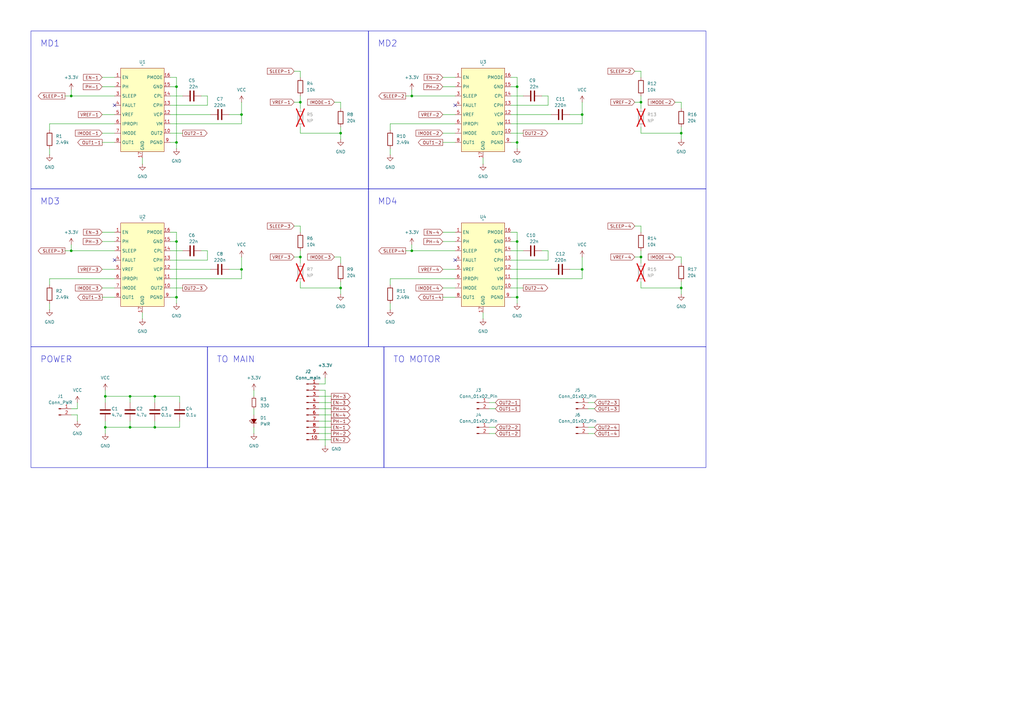
<source format=kicad_sch>
(kicad_sch (version 20231120) (generator "eeschema") (generator_version "8.0")
  (paper "A3")
  (lib_symbols
    (symbol "@2024-MD:DRV8874"
      (property "Reference" "U" (at 0 1.27 0))
      (symbol "DRV8874_1_1"
        (rectangle (start -8.89 0) (end 8.89 -34.29) (fill (type background)))
        (pin passive line (at -11.43 -3.81 0) (length 2.54) (name "EN") (number "1"))
        (pin passive line (at 11.43 -26.67 180) (length 2.54) (name "OUT2") (number "10"))
        (pin passive line (at 11.43 -22.86 180) (length 2.54) (name "VM") (number "11"))
        (pin passive line (at 11.43 -19.05 180) (length 2.54) (name "VCP") (number "12"))
        (pin passive line (at 11.43 -15.24 180) (length 2.54) (name "CPH") (number "13"))
        (pin passive line (at 11.43 -11.43 180) (length 2.54) (name "CPL") (number "14"))
        (pin passive line (at 11.43 -7.62 180) (length 2.54) (name "GND") (number "15"))
        (pin passive line (at 11.43 -3.81 180) (length 2.54) (name "PMODE") (number "16"))
        (pin passive line (at 0 -36.83 90) (length 2.54) (name "GND") (number "17"))
        (pin passive line (at -11.43 -7.62 0) (length 2.54) (name "PH") (number "2"))
        (pin passive line (at -11.43 -11.43 0) (length 2.54) (name "SLEEP") (number "3"))
        (pin passive line (at -11.43 -15.24 0) (length 2.54) (name "FAULT") (number "4"))
        (pin passive line (at -11.43 -19.05 0) (length 2.54) (name "VREF") (number "5"))
        (pin passive line (at -11.43 -22.86 0) (length 2.54) (name "IPROPI") (number "6"))
        (pin passive line (at -11.43 -26.67 0) (length 2.54) (name "IMODE") (number "7"))
        (pin passive line (at -11.43 -30.48 0) (length 2.54) (name "OUT1") (number "8"))
        (pin passive line (at 11.43 -30.48 180) (length 2.54) (name "PGND") (number "9"))
      )
    )
    (symbol "Connector:Conn_01x02_Pin" (pin_names (offset 1.016) hide)
      (property "Reference" "J" (at 0 2.54 0))
      (property "Value" "Conn_01x02_Pin" (at 0 -5.08 0))
      (symbol "Conn_01x02_Pin_1_1"
        (polyline (pts (xy 1.27 -2.54) (xy 0.8636 -2.54)) (stroke (width 0.1524)))
        (polyline (pts (xy 1.27 0) (xy 0.8636 0)) (stroke (width 0.1524)))
        (rectangle (start 0.8636 -2.413) (end 0 -2.667) (stroke (width 0.1524)) (fill (type outline)))
        (rectangle (start 0.8636 0.127) (end 0 -0.127) (stroke (width 0.1524)) (fill (type outline)))
        (pin passive line (at 5.08 0 180) (length 3.81) (name "Pin_1") (number "1"))
        (pin passive line (at 5.08 -2.54 180) (length 3.81) (name "Pin_2") (number "2"))
      )
    )
    (symbol "Connector:Conn_01x10_Pin" (pin_names (offset 1.016) hide)
      (property "Reference" "J" (at 0 12.7 0))
      (property "Value" "Conn_01x10_Pin" (at 0 -15.24 0))
      (symbol "Conn_01x10_Pin_1_1"
        (polyline (pts (xy 1.27 -12.7) (xy 0.8636 -12.7)) (stroke (width 0.1524)))
        (polyline (pts (xy 1.27 -10.16) (xy 0.8636 -10.16)) (stroke (width 0.1524)))
        (polyline (pts (xy 1.27 -7.62) (xy 0.8636 -7.62)) (stroke (width 0.1524)))
        (polyline (pts (xy 1.27 -5.08) (xy 0.8636 -5.08)) (stroke (width 0.1524)))
        (polyline (pts (xy 1.27 -2.54) (xy 0.8636 -2.54)) (stroke (width 0.1524)))
        (polyline (pts (xy 1.27 0) (xy 0.8636 0)) (stroke (width 0.1524)))
        (polyline (pts (xy 1.27 2.54) (xy 0.8636 2.54)) (stroke (width 0.1524)))
        (polyline (pts (xy 1.27 5.08) (xy 0.8636 5.08)) (stroke (width 0.1524)))
        (polyline (pts (xy 1.27 7.62) (xy 0.8636 7.62)) (stroke (width 0.1524)))
        (polyline (pts (xy 1.27 10.16) (xy 0.8636 10.16)) (stroke (width 0.1524)))
        (rectangle (start 0.8636 -12.573) (end 0 -12.827) (stroke (width 0.1524)) (fill (type outline)))
        (rectangle (start 0.8636 -10.033) (end 0 -10.287) (stroke (width 0.1524)) (fill (type outline)))
        (rectangle (start 0.8636 -7.493) (end 0 -7.747) (stroke (width 0.1524)) (fill (type outline)))
        (rectangle (start 0.8636 -4.953) (end 0 -5.207) (stroke (width 0.1524)) (fill (type outline)))
        (rectangle (start 0.8636 -2.413) (end 0 -2.667) (stroke (width 0.1524)) (fill (type outline)))
        (rectangle (start 0.8636 0.127) (end 0 -0.127) (stroke (width 0.1524)) (fill (type outline)))
        (rectangle (start 0.8636 2.667) (end 0 2.413) (stroke (width 0.1524)) (fill (type outline)))
        (rectangle (start 0.8636 5.207) (end 0 4.953) (stroke (width 0.1524)) (fill (type outline)))
        (rectangle (start 0.8636 7.747) (end 0 7.493) (stroke (width 0.1524)) (fill (type outline)))
        (rectangle (start 0.8636 10.287) (end 0 10.033) (stroke (width 0.1524)) (fill (type outline)))
        (pin passive line (at 5.08 10.16 180) (length 3.81) (name "Pin_1") (number "1"))
        (pin passive line (at 5.08 -12.7 180) (length 3.81) (name "Pin_10") (number "10"))
        (pin passive line (at 5.08 7.62 180) (length 3.81) (name "Pin_2") (number "2"))
        (pin passive line (at 5.08 5.08 180) (length 3.81) (name "Pin_3") (number "3"))
        (pin passive line (at 5.08 2.54 180) (length 3.81) (name "Pin_4") (number "4"))
        (pin passive line (at 5.08 0 180) (length 3.81) (name "Pin_5") (number "5"))
        (pin passive line (at 5.08 -2.54 180) (length 3.81) (name "Pin_6") (number "6"))
        (pin passive line (at 5.08 -5.08 180) (length 3.81) (name "Pin_7") (number "7"))
        (pin passive line (at 5.08 -7.62 180) (length 3.81) (name "Pin_8") (number "8"))
        (pin passive line (at 5.08 -10.16 180) (length 3.81) (name "Pin_9") (number "9"))
      )
    )
    (symbol "Device:C" (pin_numbers hide) (pin_names (offset 0.254))
      (property "Reference" "C" (at 0.635 2.54 0))
      (property "Value" "C" (at 0.635 -2.54 0))
      (symbol "C_0_1"
        (polyline (pts (xy -2.032 -0.762) (xy 2.032 -0.762)) (stroke (width 0.508)))
        (polyline (pts (xy -2.032 0.762) (xy 2.032 0.762)) (stroke (width 0.508)))
      )
      (symbol "C_1_1"
        (pin passive line (at 0 3.81 270) (length 2.794) (name "~") (number "1"))
        (pin passive line (at 0 -3.81 90) (length 2.794) (name "~") (number "2"))
      )
    )
    (symbol "Device:LED_Small_Filled" (pin_numbers hide) (pin_names (offset 0.254) hide)
      (property "Reference" "D" (at -1.27 3.175 0))
      (property "Value" "LED_Small_Filled" (at -4.445 -2.54 0))
      (symbol "LED_Small_Filled_0_1"
        (polyline (pts (xy -0.762 -1.016) (xy -0.762 1.016)) (stroke (width 0.254)))
        (polyline (pts (xy 1.016 0) (xy -0.762 0)))
        (polyline (pts (xy 0.762 -1.016) (xy -0.762 0) (xy 0.762 1.016) (xy 0.762 -1.016)) (stroke (width 0.254)) (fill (type outline)))
        (polyline (pts (xy 0 0.762) (xy -0.508 1.27) (xy -0.254 1.27) (xy -0.508 1.27) (xy -0.508 1.016)))
        (polyline (pts (xy 0.508 1.27) (xy 0 1.778) (xy 0.254 1.778) (xy 0 1.778) (xy 0 1.524)))
      )
      (symbol "LED_Small_Filled_1_1"
        (pin passive line (at -2.54 0 0) (length 1.778) (name "K") (number "1"))
        (pin passive line (at 2.54 0 180) (length 1.778) (name "A") (number "2"))
      )
    )
    (symbol "Device:R" (pin_numbers hide) (pin_names (offset 0))
      (property "Reference" "R" (at 2.032 0 90))
      (property "Value" "R" (at 0 0 90))
      (symbol "R_0_1"
        (rectangle (start -1.016 -2.54) (end 1.016 2.54) (stroke (width 0.254)))
      )
      (symbol "R_1_1"
        (pin passive line (at 0 3.81 270) (length 1.27) (name "~") (number "1"))
        (pin passive line (at 0 -3.81 90) (length 1.27) (name "~") (number "2"))
      )
    )
    (symbol "Device:R_Small" (pin_numbers hide) (pin_names (offset 0.254) hide)
      (property "Reference" "R" (at 0.762 0.508 0))
      (property "Value" "R_Small" (at 0.762 -1.016 0))
      (symbol "R_Small_0_1"
        (rectangle (start -0.762 1.778) (end 0.762 -1.778) (stroke (width 0.2032)))
      )
      (symbol "R_Small_1_1"
        (pin passive line (at 0 2.54 270) (length 0.762) (name "~") (number "1"))
        (pin passive line (at 0 -2.54 90) (length 0.762) (name "~") (number "2"))
      )
    )
    (symbol "power:+3.3V" (power) (pin_numbers hide) (pin_names (offset 0) hide)
      (property "Value" "+3.3V" (at 0 3.556 0))
      (symbol "+3.3V_0_1"
        (polyline (pts (xy -0.762 1.27) (xy 0 2.54)))
        (polyline (pts (xy 0 0) (xy 0 2.54)))
        (polyline (pts (xy 0 2.54) (xy 0.762 1.27)))
      )
      (symbol "+3.3V_1_1"
        (pin power_in line (at 0 0 90) (length 0) (name "~") (number "1"))
      )
    )
    (symbol "power:GND" (power) (pin_numbers hide) (pin_names (offset 0) hide)
      (property "Value" "GND" (at 0 -3.81 0))
      (symbol "GND_0_1"
        (polyline (pts (xy 0 0) (xy 0 -1.27) (xy 1.27 -1.27) (xy 0 -2.54) (xy -1.27 -1.27) (xy 0 -1.27)))
      )
      (symbol "GND_1_1"
        (pin power_in line (at 0 0 270) (length 0) (name "~") (number "1"))
      )
    )
    (symbol "power:VCC" (power) (pin_numbers hide) (pin_names (offset 0) hide)
      (property "Value" "VCC" (at 0 3.556 0))
      (symbol "VCC_0_1"
        (polyline (pts (xy -0.762 1.27) (xy 0 2.54)))
        (polyline (pts (xy 0 0) (xy 0 2.54)))
        (polyline (pts (xy 0 2.54) (xy 0.762 1.27)))
      )
      (symbol "VCC_1_1"
        (pin power_in line (at 0 0 90) (length 0) (name "~") (number "1"))
      )
    )
  )
  (junction (at 72.39 58.42))
  (junction (at 123.19 105.41))
  (junction (at 262.89 41.91))
  (junction (at 63.5 175.26))
  (junction (at 63.5 162.56))
  (junction (at 53.34 175.26))
  (junction (at 262.89 105.41))
  (junction (at 139.7 118.11))
  (junction (at 72.39 35.56))
  (junction (at 212.09 121.92))
  (junction (at 72.39 99.06))
  (junction (at 99.06 46.99))
  (junction (at 212.09 35.56))
  (junction (at 212.09 58.42))
  (junction (at 72.39 121.92))
  (junction (at 139.7 54.61))
  (junction (at 43.18 175.26))
  (junction (at 279.4 54.61))
  (junction (at 168.91 102.87))
  (junction (at 53.34 162.56))
  (junction (at 168.91 39.37))
  (junction (at 238.76 46.99))
  (junction (at 238.76 110.49))
  (junction (at 43.18 162.56))
  (junction (at 279.4 118.11))
  (junction (at 99.06 110.49))
  (junction (at 123.19 41.91))
  (junction (at 212.09 99.06))
  (junction (at 29.21 39.37))
  (junction (at 29.21 102.87))
  (no_connect (at 46.99 106.68))
  (no_connect (at 186.69 106.68))
  (no_connect (at 186.69 43.18))
  (no_connect (at 46.99 43.18))
  (wire (pts (xy 69.85 58.42) (xy 72.39 58.42)))
  (wire (pts (xy 72.39 60.96) (xy 72.39 58.42)))
  (wire (pts (xy 58.42 64.77) (xy 58.42 67.31)))
  (wire (pts (xy 130.81 165.1) (xy 135.89 165.1)))
  (wire (pts (xy 123.19 118.11) (xy 139.7 118.11)))
  (wire (pts (xy 203.2 167.64) (xy 200.66 167.64)))
  (wire (pts (xy 160.02 127) (xy 160.02 124.46)))
  (wire (pts (xy 166.37 102.87) (xy 168.91 102.87)))
  (wire (pts (xy 69.85 121.92) (xy 72.39 121.92)))
  (wire (pts (xy 209.55 58.42) (xy 212.09 58.42)))
  (wire (pts (xy 214.63 118.11) (xy 209.55 118.11)))
  (wire (pts (xy 93.98 110.49) (xy 99.06 110.49)))
  (wire (pts (xy 139.7 52.07) (xy 139.7 54.61)))
  (wire (pts (xy 262.89 29.21) (xy 262.89 31.75)))
  (wire (pts (xy 63.5 162.56) (xy 73.66 162.56)))
  (wire (pts (xy 53.34 162.56) (xy 63.5 162.56)))
  (wire (pts (xy 31.75 170.18) (xy 29.21 170.18)))
  (wire (pts (xy 63.5 172.72) (xy 63.5 175.26)))
  (wire (pts (xy 168.91 39.37) (xy 186.69 39.37)))
  (wire (pts (xy 31.75 167.64) (xy 29.21 167.64)))
  (wire (pts (xy 262.89 102.87) (xy 262.89 105.41)))
  (wire (pts (xy 279.4 41.91) (xy 279.4 44.45)))
  (wire (pts (xy 135.89 177.8) (xy 130.81 177.8)))
  (wire (pts (xy 41.91 46.99) (xy 46.99 46.99)))
  (wire (pts (xy 41.91 58.42) (xy 46.99 58.42)))
  (wire (pts (xy 260.35 29.21) (xy 262.89 29.21)))
  (wire (pts (xy 41.91 35.56) (xy 46.99 35.56)))
  (wire (pts (xy 69.85 50.8) (xy 99.06 50.8)))
  (wire (pts (xy 120.65 41.91) (xy 123.19 41.91)))
  (wire (pts (xy 123.19 54.61) (xy 139.7 54.61)))
  (wire (pts (xy 20.32 114.3) (xy 20.32 116.84)))
  (wire (pts (xy 262.89 52.07) (xy 262.89 54.61)))
  (wire (pts (xy 200.66 165.1) (xy 203.2 165.1)))
  (wire (pts (xy 262.89 105.41) (xy 262.89 107.95)))
  (wire (pts (xy 198.12 64.77) (xy 198.12 67.31)))
  (wire (pts (xy 74.93 102.87) (xy 69.85 102.87)))
  (wire (pts (xy 238.76 46.99) (xy 238.76 50.8)))
  (wire (pts (xy 139.7 118.11) (xy 139.7 120.65)))
  (wire (pts (xy 41.91 110.49) (xy 46.99 110.49)))
  (wire (pts (xy 130.81 160.02) (xy 133.35 160.02)))
  (wire (pts (xy 20.32 50.8) (xy 20.32 53.34)))
  (wire (pts (xy 279.4 54.61) (xy 279.4 57.15)))
  (wire (pts (xy 186.69 114.3) (xy 160.02 114.3)))
  (wire (pts (xy 104.14 170.18) (xy 104.14 167.64)))
  (wire (pts (xy 262.89 54.61) (xy 279.4 54.61)))
  (wire (pts (xy 53.34 162.56) (xy 53.34 165.1)))
  (wire (pts (xy 222.25 102.87) (xy 224.79 102.87)))
  (wire (pts (xy 209.55 106.68) (xy 224.79 106.68)))
  (wire (pts (xy 212.09 99.06) (xy 212.09 121.92)))
  (wire (pts (xy 133.35 157.48) (xy 133.35 154.94)))
  (wire (pts (xy 168.91 102.87) (xy 186.69 102.87)))
  (wire (pts (xy 99.06 110.49) (xy 99.06 114.3)))
  (wire (pts (xy 99.06 41.91) (xy 99.06 46.99)))
  (wire (pts (xy 260.35 105.41) (xy 262.89 105.41)))
  (wire (pts (xy 69.85 106.68) (xy 85.09 106.68)))
  (wire (pts (xy 99.06 114.3) (xy 69.85 114.3)))
  (wire (pts (xy 130.81 170.18) (xy 135.89 170.18)))
  (wire (pts (xy 104.14 160.02) (xy 104.14 162.56)))
  (wire (pts (xy 279.4 52.07) (xy 279.4 54.61)))
  (wire (pts (xy 181.61 95.25) (xy 186.69 95.25)))
  (wire (pts (xy 260.35 92.71) (xy 262.89 92.71)))
  (wire (pts (xy 20.32 63.5) (xy 20.32 60.96)))
  (wire (pts (xy 262.89 41.91) (xy 262.89 44.45)))
  (wire (pts (xy 120.65 105.41) (xy 123.19 105.41)))
  (wire (pts (xy 279.4 115.57) (xy 279.4 118.11)))
  (wire (pts (xy 200.66 177.8) (xy 203.2 177.8)))
  (wire (pts (xy 168.91 36.83) (xy 168.91 39.37)))
  (wire (pts (xy 120.65 29.21) (xy 123.19 29.21)))
  (wire (pts (xy 181.61 54.61) (xy 186.69 54.61)))
  (wire (pts (xy 262.89 118.11) (xy 279.4 118.11)))
  (wire (pts (xy 43.18 162.56) (xy 53.34 162.56)))
  (wire (pts (xy 212.09 31.75) (xy 212.09 35.56)))
  (wire (pts (xy 212.09 60.96) (xy 212.09 58.42)))
  (wire (pts (xy 130.81 175.26) (xy 135.89 175.26)))
  (wire (pts (xy 53.34 175.26) (xy 63.5 175.26)))
  (wire (pts (xy 233.68 46.99) (xy 238.76 46.99)))
  (wire (pts (xy 74.93 118.11) (xy 69.85 118.11)))
  (wire (pts (xy 186.69 50.8) (xy 160.02 50.8)))
  (wire (pts (xy 41.91 121.92) (xy 46.99 121.92)))
  (wire (pts (xy 238.76 110.49) (xy 238.76 114.3)))
  (wire (pts (xy 160.02 50.8) (xy 160.02 53.34)))
  (wire (pts (xy 123.19 115.57) (xy 123.19 118.11)))
  (wire (pts (xy 46.99 114.3) (xy 20.32 114.3)))
  (wire (pts (xy 276.86 105.41) (xy 279.4 105.41)))
  (wire (pts (xy 63.5 175.26) (xy 73.66 175.26)))
  (wire (pts (xy 41.91 95.25) (xy 46.99 95.25)))
  (wire (pts (xy 72.39 99.06) (xy 72.39 121.92)))
  (wire (pts (xy 53.34 172.72) (xy 53.34 175.26)))
  (wire (pts (xy 212.09 124.46) (xy 212.09 121.92)))
  (wire (pts (xy 139.7 41.91) (xy 139.7 44.45)))
  (wire (pts (xy 72.39 31.75) (xy 72.39 35.56)))
  (wire (pts (xy 226.06 110.49) (xy 209.55 110.49)))
  (wire (pts (xy 139.7 54.61) (xy 139.7 57.15)))
  (wire (pts (xy 31.75 165.1) (xy 31.75 167.64)))
  (wire (pts (xy 43.18 172.72) (xy 43.18 175.26)))
  (wire (pts (xy 72.39 95.25) (xy 72.39 99.06)))
  (wire (pts (xy 260.35 41.91) (xy 262.89 41.91)))
  (wire (pts (xy 29.21 36.83) (xy 29.21 39.37)))
  (wire (pts (xy 276.86 41.91) (xy 279.4 41.91)))
  (wire (pts (xy 241.3 167.64) (xy 243.84 167.64)))
  (wire (pts (xy 241.3 177.8) (xy 243.84 177.8)))
  (wire (pts (xy 130.81 172.72) (xy 135.89 172.72)))
  (wire (pts (xy 279.4 105.41) (xy 279.4 107.95)))
  (wire (pts (xy 43.18 162.56) (xy 43.18 165.1)))
  (wire (pts (xy 181.61 31.75) (xy 186.69 31.75)))
  (wire (pts (xy 31.75 170.18) (xy 31.75 172.72)))
  (wire (pts (xy 130.81 157.48) (xy 133.35 157.48)))
  (wire (pts (xy 224.79 39.37) (xy 224.79 43.18)))
  (wire (pts (xy 123.19 92.71) (xy 123.19 95.25)))
  (wire (pts (xy 241.3 165.1) (xy 243.84 165.1)))
  (wire (pts (xy 209.55 43.18) (xy 224.79 43.18)))
  (wire (pts (xy 99.06 105.41) (xy 99.06 110.49)))
  (wire (pts (xy 209.55 35.56) (xy 212.09 35.56)))
  (wire (pts (xy 262.89 39.37) (xy 262.89 41.91)))
  (wire (pts (xy 139.7 115.57) (xy 139.7 118.11)))
  (wire (pts (xy 99.06 46.99) (xy 99.06 50.8)))
  (wire (pts (xy 214.63 54.61) (xy 209.55 54.61)))
  (wire (pts (xy 262.89 92.71) (xy 262.89 95.25)))
  (wire (pts (xy 160.02 114.3) (xy 160.02 116.84)))
  (wire (pts (xy 209.55 99.06) (xy 212.09 99.06)))
  (wire (pts (xy 181.61 118.11) (xy 186.69 118.11)))
  (wire (pts (xy 85.09 102.87) (xy 85.09 106.68)))
  (wire (pts (xy 181.61 35.56) (xy 186.69 35.56)))
  (wire (pts (xy 181.61 58.42) (xy 186.69 58.42)))
  (wire (pts (xy 69.85 43.18) (xy 85.09 43.18)))
  (wire (pts (xy 58.42 128.27) (xy 58.42 130.81)))
  (wire (pts (xy 29.21 39.37) (xy 46.99 39.37)))
  (wire (pts (xy 123.19 41.91) (xy 123.19 44.45)))
  (wire (pts (xy 46.99 50.8) (xy 20.32 50.8)))
  (wire (pts (xy 214.63 102.87) (xy 209.55 102.87)))
  (wire (pts (xy 73.66 175.26) (xy 73.66 172.72)))
  (wire (pts (xy 160.02 63.5) (xy 160.02 60.96)))
  (wire (pts (xy 82.55 39.37) (xy 85.09 39.37)))
  (wire (pts (xy 20.32 127) (xy 20.32 124.46)))
  (wire (pts (xy 69.85 46.99) (xy 86.36 46.99)))
  (wire (pts (xy 29.21 100.33) (xy 29.21 102.87)))
  (wire (pts (xy 69.85 31.75) (xy 72.39 31.75)))
  (wire (pts (xy 133.35 182.88) (xy 133.35 160.02)))
  (wire (pts (xy 262.89 115.57) (xy 262.89 118.11)))
  (wire (pts (xy 222.25 39.37) (xy 224.79 39.37)))
  (wire (pts (xy 123.19 105.41) (xy 123.19 107.95)))
  (wire (pts (xy 86.36 110.49) (xy 69.85 110.49)))
  (wire (pts (xy 198.12 128.27) (xy 198.12 130.81)))
  (wire (pts (xy 181.61 121.92) (xy 186.69 121.92)))
  (wire (pts (xy 123.19 52.07) (xy 123.19 54.61)))
  (wire (pts (xy 224.79 102.87) (xy 224.79 106.68)))
  (wire (pts (xy 43.18 160.02) (xy 43.18 162.56)))
  (wire (pts (xy 209.55 31.75) (xy 212.09 31.75)))
  (wire (pts (xy 73.66 162.56) (xy 73.66 165.1)))
  (wire (pts (xy 72.39 35.56) (xy 72.39 58.42)))
  (wire (pts (xy 137.16 105.41) (xy 139.7 105.41)))
  (wire (pts (xy 238.76 41.91) (xy 238.76 46.99)))
  (wire (pts (xy 130.81 167.64) (xy 135.89 167.64)))
  (wire (pts (xy 123.19 102.87) (xy 123.19 105.41)))
  (wire (pts (xy 41.91 118.11) (xy 46.99 118.11)))
  (wire (pts (xy 69.85 39.37) (xy 74.93 39.37)))
  (wire (pts (xy 238.76 105.41) (xy 238.76 110.49)))
  (wire (pts (xy 69.85 95.25) (xy 72.39 95.25)))
  (wire (pts (xy 69.85 35.56) (xy 72.39 35.56)))
  (wire (pts (xy 209.55 95.25) (xy 212.09 95.25)))
  (wire (pts (xy 226.06 46.99) (xy 209.55 46.99)))
  (wire (pts (xy 135.89 180.34) (xy 130.81 180.34)))
  (wire (pts (xy 137.16 41.91) (xy 139.7 41.91)))
  (wire (pts (xy 212.09 95.25) (xy 212.09 99.06)))
  (wire (pts (xy 212.09 35.56) (xy 212.09 58.42)))
  (wire (pts (xy 279.4 118.11) (xy 279.4 120.65)))
  (wire (pts (xy 85.09 39.37) (xy 85.09 43.18)))
  (wire (pts (xy 214.63 39.37) (xy 209.55 39.37)))
  (wire (pts (xy 43.18 175.26) (xy 53.34 175.26)))
  (wire (pts (xy 63.5 162.56) (xy 63.5 165.1)))
  (wire (pts (xy 69.85 54.61) (xy 74.93 54.61)))
  (wire (pts (xy 123.19 29.21) (xy 123.19 31.75)))
  (wire (pts (xy 104.14 177.8) (xy 104.14 175.26)))
  (wire (pts (xy 238.76 114.3) (xy 209.55 114.3)))
  (wire (pts (xy 93.98 46.99) (xy 99.06 46.99)))
  (wire (pts (xy 72.39 124.46) (xy 72.39 121.92)))
  (wire (pts (xy 26.67 102.87) (xy 29.21 102.87)))
  (wire (pts (xy 168.91 100.33) (xy 168.91 102.87)))
  (wire (pts (xy 43.18 175.26) (xy 43.18 177.8)))
  (wire (pts (xy 181.61 46.99) (xy 186.69 46.99)))
  (wire (pts (xy 209.55 121.92) (xy 212.09 121.92)))
  (wire (pts (xy 41.91 54.61) (xy 46.99 54.61)))
  (wire (pts (xy 29.21 102.87) (xy 46.99 102.87)))
  (wire (pts (xy 233.68 110.49) (xy 238.76 110.49)))
  (wire (pts (xy 130.81 162.56) (xy 135.89 162.56)))
  (wire (pts (xy 181.61 99.06) (xy 186.69 99.06)))
  (wire (pts (xy 238.76 50.8) (xy 209.55 50.8)))
  (wire (pts (xy 200.66 175.26) (xy 203.2 175.26)))
  (wire (pts (xy 120.65 92.71) (xy 123.19 92.71)))
  (wire (pts (xy 69.85 99.06) (xy 72.39 99.06)))
  (wire (pts (xy 181.61 110.49) (xy 186.69 110.49)))
  (wire (pts (xy 166.37 39.37) (xy 168.91 39.37)))
  (wire (pts (xy 41.91 99.06) (xy 46.99 99.06)))
  (wire (pts (xy 139.7 105.41) (xy 139.7 107.95)))
  (wire (pts (xy 82.55 102.87) (xy 85.09 102.87)))
  (wire (pts (xy 241.3 175.26) (xy 243.84 175.26)))
  (wire (pts (xy 41.91 31.75) (xy 46.99 31.75)))
  (wire (pts (xy 26.67 39.37) (xy 29.21 39.37)))
  (wire (pts (xy 123.19 39.37) (xy 123.19 41.91)))
  (rectangle (start 12.7 142.24) (end 85.09 191.77))
  (rectangle (start 12.7 12.7) (end 151.13 77.47))
  (rectangle (start 12.7 77.47) (end 151.13 142.24))
  (rectangle (start 151.13 77.47) (end 289.56 142.24))
  (rectangle (start 157.48 142.24) (end 289.56 191.77))
  (rectangle (start 85.09 142.24) (end 157.48 191.77))
  (rectangle (start 151.13 12.7) (end 289.56 77.47))
  (text "MD3" (at 16.51 81.28 0) (effects (font (size 2.54 2.54)) (justify left top)))
  (text "TO MOTOR" (at 161.29 146.05 0) (effects (font (size 2.54 2.54)) (justify left top)))
  (text "POWER" (at 16.51 146.05 0) (effects (font (size 2.54 2.54)) (justify left top)))
  (text "MD2" (at 154.94 16.51 0) (effects (font (size 2.54 2.54)) (justify left top)))
  (text "MD4" (at 154.94 81.28 0) (effects (font (size 2.54 2.54)) (justify left top)))
  (text "TO MAIN" (at 88.9 146.05 0) (effects (font (size 2.54 2.54)) (justify left top)))
  (text "MD1" (at 16.51 16.51 0) (effects (font (size 2.54 2.54)) (justify left top)))
  (global_label "PH-2" (shape input) (at 181.61 35.56 180) (property "Intersheetrefs" "${INTERSHEET_REFS}" (effects (hide yes))))
  (global_label "SLEEP-3" (shape input) (at 120.65 92.71 180) (property "Intersheetrefs" "${INTERSHEET_REFS}" (effects (hide yes))))
  (global_label "PH-1" (shape input) (at 41.91 35.56 180) (property "Intersheetrefs" "${INTERSHEET_REFS}" (effects (hide yes))))
  (global_label "OUT2-1" (shape output) (at 74.93 54.61 0) (property "Intersheetrefs" "${INTERSHEET_REFS}" (effects (hide yes))))
  (global_label "IMODE-1" (shape input) (at 137.16 41.91 180) (property "Intersheetrefs" "${INTERSHEET_REFS}" (effects (hide yes))))
  (global_label "EN-2" (shape output) (at 135.89 180.34 0) (property "Intersheetrefs" "${INTERSHEET_REFS}" (effects (hide yes))))
  (global_label "OUT1-4" (shape output) (at 181.61 121.92 180) (property "Intersheetrefs" "${INTERSHEET_REFS}" (effects (hide yes))))
  (global_label "IMODE-3" (shape input) (at 41.91 118.11 180) (property "Intersheetrefs" "${INTERSHEET_REFS}" (effects (hide yes))))
  (global_label "OUT1-4" (shape input) (at 243.84 177.8 0) (property "Intersheetrefs" "${INTERSHEET_REFS}" (effects (hide yes))))
  (global_label "OUT2-2" (shape input) (at 203.2 175.26 0) (property "Intersheetrefs" "${INTERSHEET_REFS}" (effects (hide yes))))
  (global_label "PH-4" (shape input) (at 181.61 99.06 180) (property "Intersheetrefs" "${INTERSHEET_REFS}" (effects (hide yes))))
  (global_label "EN-3" (shape input) (at 41.91 95.25 180) (property "Intersheetrefs" "${INTERSHEET_REFS}" (effects (hide yes))))
  (global_label "OUT1-1" (shape output) (at 41.91 58.42 180) (property "Intersheetrefs" "${INTERSHEET_REFS}" (effects (hide yes))))
  (global_label "VREF-4" (shape input) (at 260.35 105.41 180) (property "Intersheetrefs" "${INTERSHEET_REFS}" (effects (hide yes))))
  (global_label "SLEEP-3" (shape output) (at 26.67 102.87 180) (property "Intersheetrefs" "${INTERSHEET_REFS}" (effects (hide yes))))
  (global_label "EN-4" (shape input) (at 181.61 95.25 180) (property "Intersheetrefs" "${INTERSHEET_REFS}" (effects (hide yes))))
  (global_label "SLEEP-1" (shape output) (at 26.67 39.37 180) (property "Intersheetrefs" "${INTERSHEET_REFS}" (effects (hide yes))))
  (global_label "OUT2-4" (shape output) (at 214.63 118.11 0) (property "Intersheetrefs" "${INTERSHEET_REFS}" (effects (hide yes))))
  (global_label "IMODE-1" (shape input) (at 41.91 54.61 180) (property "Intersheetrefs" "${INTERSHEET_REFS}" (effects (hide yes))))
  (global_label "VREF-3" (shape input) (at 120.65 105.41 180) (property "Intersheetrefs" "${INTERSHEET_REFS}" (effects (hide yes))))
  (global_label "PH-3" (shape output) (at 135.89 162.56 0) (property "Intersheetrefs" "${INTERSHEET_REFS}" (effects (hide yes))))
  (global_label "VREF-4" (shape input) (at 181.61 110.49 180) (property "Intersheetrefs" "${INTERSHEET_REFS}" (effects (hide yes))))
  (global_label "OUT1-1" (shape input) (at 203.2 167.64 0) (property "Intersheetrefs" "${INTERSHEET_REFS}" (effects (hide yes))))
  (global_label "SLEEP-4" (shape input) (at 260.35 92.71 180) (property "Intersheetrefs" "${INTERSHEET_REFS}" (effects (hide yes))))
  (global_label "SLEEP-2" (shape input) (at 260.35 29.21 180) (property "Intersheetrefs" "${INTERSHEET_REFS}" (effects (hide yes))))
  (global_label "PH-4" (shape output) (at 135.89 167.64 0) (property "Intersheetrefs" "${INTERSHEET_REFS}" (effects (hide yes))))
  (global_label "EN-2" (shape input) (at 181.61 31.75 180) (property "Intersheetrefs" "${INTERSHEET_REFS}" (effects (hide yes))))
  (global_label "IMODE-3" (shape input) (at 137.16 105.41 180) (property "Intersheetrefs" "${INTERSHEET_REFS}" (effects (hide yes))))
  (global_label "OUT1-2" (shape input) (at 203.2 177.8 0) (property "Intersheetrefs" "${INTERSHEET_REFS}" (effects (hide yes))))
  (global_label "OUT2-4" (shape input) (at 243.84 175.26 0) (property "Intersheetrefs" "${INTERSHEET_REFS}" (effects (hide yes))))
  (global_label "OUT1-3" (shape input) (at 243.84 167.64 0) (property "Intersheetrefs" "${INTERSHEET_REFS}" (effects (hide yes))))
  (global_label "EN-3" (shape output) (at 135.89 165.1 0) (property "Intersheetrefs" "${INTERSHEET_REFS}" (effects (hide yes))))
  (global_label "VREF-2" (shape input) (at 181.61 46.99 180) (property "Intersheetrefs" "${INTERSHEET_REFS}" (effects (hide yes))))
  (global_label "EN-1" (shape output) (at 135.89 175.26 0) (property "Intersheetrefs" "${INTERSHEET_REFS}" (effects (hide yes))))
  (global_label "SLEEP-2" (shape output) (at 166.37 39.37 180) (property "Intersheetrefs" "${INTERSHEET_REFS}" (effects (hide yes))))
  (global_label "VREF-1" (shape input) (at 120.65 41.91 180) (property "Intersheetrefs" "${INTERSHEET_REFS}" (effects (hide yes))))
  (global_label "IMODE-2" (shape input) (at 181.61 54.61 180) (property "Intersheetrefs" "${INTERSHEET_REFS}" (effects (hide yes))))
  (global_label "IMODE-4" (shape input) (at 276.86 105.41 180) (property "Intersheetrefs" "${INTERSHEET_REFS}" (effects (hide yes))))
  (global_label "SLEEP-4" (shape output) (at 166.37 102.87 180) (property "Intersheetrefs" "${INTERSHEET_REFS}" (effects (hide yes))))
  (global_label "EN-4" (shape output) (at 135.89 170.18 0) (property "Intersheetrefs" "${INTERSHEET_REFS}" (effects (hide yes))))
  (global_label "VREF-2" (shape input) (at 260.35 41.91 180) (property "Intersheetrefs" "${INTERSHEET_REFS}" (effects (hide yes))))
  (global_label "IMODE-4" (shape input) (at 181.61 118.11 180) (property "Intersheetrefs" "${INTERSHEET_REFS}" (effects (hide yes))))
  (global_label "PH-3" (shape input) (at 41.91 99.06 180) (property "Intersheetrefs" "${INTERSHEET_REFS}" (effects (hide yes))))
  (global_label "OUT1-2" (shape output) (at 181.61 58.42 180) (property "Intersheetrefs" "${INTERSHEET_REFS}" (effects (hide yes))))
  (global_label "OUT2-2" (shape output) (at 214.63 54.61 0) (property "Intersheetrefs" "${INTERSHEET_REFS}" (effects (hide yes))))
  (global_label "VREF-3" (shape input) (at 41.91 110.49 180) (property "Intersheetrefs" "${INTERSHEET_REFS}" (effects (hide yes))))
  (global_label "IMODE-2" (shape input) (at 276.86 41.91 180) (property "Intersheetrefs" "${INTERSHEET_REFS}" (effects (hide yes))))
  (global_label "VREF-1" (shape input) (at 41.91 46.99 180) (property "Intersheetrefs" "${INTERSHEET_REFS}" (effects (hide yes))))
  (global_label "OUT2-3" (shape output) (at 74.93 118.11 0) (property "Intersheetrefs" "${INTERSHEET_REFS}" (effects (hide yes))))
  (global_label "EN-1" (shape input) (at 41.91 31.75 180) (property "Intersheetrefs" "${INTERSHEET_REFS}" (effects (hide yes))))
  (global_label "OUT2-1" (shape input) (at 203.2 165.1 0) (property "Intersheetrefs" "${INTERSHEET_REFS}" (effects (hide yes))))
  (global_label "OUT2-3" (shape input) (at 243.84 165.1 0) (property "Intersheetrefs" "${INTERSHEET_REFS}" (effects (hide yes))))
  (global_label "OUT1-3" (shape output) (at 41.91 121.92 180) (property "Intersheetrefs" "${INTERSHEET_REFS}" (effects (hide yes))))
  (global_label "SLEEP-1" (shape input) (at 120.65 29.21 180) (property "Intersheetrefs" "${INTERSHEET_REFS}" (effects (hide yes))))
  (global_label "PH-1" (shape output) (at 135.89 172.72 0) (property "Intersheetrefs" "${INTERSHEET_REFS}" (effects (hide yes))))
  (global_label "PH-2" (shape output) (at 135.89 177.8 0) (property "Intersheetrefs" "${INTERSHEET_REFS}" (effects (hide yes))))
  (symbol (lib_id "Device:R") (at 20.32 57.15 0) (unit 1)
    (property "Reference" "R1" (at 22.86 55.88 0) (effects (justify left)))
    (property "Value" "2.49k" (at 22.86 58.42 0) (effects (justify left)))
    (property "Footprint" "Resistor_SMD:R_0603_1608Metric" (effects (hide yes)))
    (property "Description" "Resistor" (effects (hide yes)))
  )
  (symbol (lib_id "@2024-MD:DRV8874") (at 198.12 91.44 0) (unit 1)
    (property "Reference" "U4" (at 198.12 88.9 0))
    (property "Value" "~" (at 198.12 90.17 0))
  )
  (symbol (lib_id "power:GND") (at 198.12 130.81 0) (unit 1)
    (property "Reference" "#PWR026" (effects (hide yes)))
    (property "Value" "GND" (at 198.12 135.89 0))
    (property "Description" "Power symbol creates a global label with name \"GND\" , ground" (effects (hide yes)))
  )
  (symbol (lib_id "power:VCC") (at 31.75 165.1 0) (unit 1)
    (property "Reference" "#PWR05" (effects (hide yes)))
    (property "Value" "VCC" (at 31.75 160.02 0))
    (property "Description" "Power symbol creates a global label with name \"VCC\"" (effects (hide yes)))
  )
  (symbol (lib_id "power:+3.3V") (at 133.35 154.94 0) (mirror y) (unit 1)
    (property "Reference" "#PWR017" (effects (hide yes)))
    (property "Value" "+3.3V" (at 133.35 149.86 0))
    (property "Description" "Power symbol creates a global label with name \"+3.3V\"" (effects (hide yes)))
  )
  (symbol (lib_id "power:GND") (at 160.02 127 0) (unit 1)
    (property "Reference" "#PWR022" (effects (hide yes)))
    (property "Value" "GND" (at 160.02 132.08 0))
    (property "Description" "Power symbol creates a global label with name \"GND\" , ground" (effects (hide yes)))
  )
  (symbol (lib_id "power:GND") (at 31.75 172.72 0) (unit 1)
    (property "Reference" "#PWR06" (effects (hide yes)))
    (property "Value" "GND" (at 31.75 177.8 0))
    (property "Description" "Power symbol creates a global label with name \"GND\" , ground" (effects (hide yes)))
  )
  (symbol (lib_id "power:GND") (at 133.35 182.88 0) (mirror y) (unit 1)
    (property "Reference" "#PWR018" (effects (hide yes)))
    (property "Value" "GND" (at 135.89 184.15 0) (effects (justify right)))
    (property "Description" "Power symbol creates a global label with name \"GND\" , ground" (effects (hide yes)))
  )
  (symbol (lib_id "@2024-MD:DRV8874") (at 198.12 27.94 0) (unit 1)
    (property "Reference" "U3" (at 198.12 25.4 0))
    (property "Value" "~" (at 198.12 26.67 0))
  )
  (symbol (lib_id "Device:R") (at 160.02 120.65 0) (unit 1)
    (property "Reference" "R11" (at 162.56 119.38 0) (effects (justify left)))
    (property "Value" "2.49k" (at 162.56 121.92 0) (effects (justify left)))
    (property "Footprint" "Resistor_SMD:R_0603_1608Metric" (effects (hide yes)))
    (property "Description" "Resistor" (effects (hide yes)))
  )
  (symbol (lib_id "power:GND") (at 212.09 124.46 0) (unit 1)
    (property "Reference" "#PWR028" (effects (hide yes)))
    (property "Value" "GND" (at 212.09 129.54 0))
    (property "Description" "Power symbol creates a global label with name \"GND\" , ground" (effects (hide yes)))
  )
  (symbol (lib_id "power:+3.3V") (at 29.21 36.83 0) (unit 1)
    (property "Reference" "#PWR03" (effects (hide yes)))
    (property "Value" "+3.3V" (at 29.21 31.75 0))
    (property "Description" "Power symbol creates a global label with name \"+3.3V\"" (effects (hide yes)))
  )
  (symbol (lib_id "power:GND") (at 160.02 63.5 0) (unit 1)
    (property "Reference" "#PWR021" (effects (hide yes)))
    (property "Value" "GND" (at 160.02 68.58 0))
    (property "Description" "Power symbol creates a global label with name \"GND\" , ground" (effects (hide yes)))
  )
  (symbol (lib_id "Connector:Conn_01x02_Pin") (at 195.58 165.1 0) (unit 1)
    (property "Reference" "J3" (at 196.215 160.02 0))
    (property "Value" "Conn_01x02_Pin" (at 196.215 162.56 0))
    (property "Footprint" "@2024TOINIOT2-MD:JST_XH_B2B-XH-A_1x02_P2.50mm_Vertical" (effects (hide yes)))
    (property "Description" "Generic connector, single row, 01x02, script generated" (effects (hide yes)))
  )
  (symbol (lib_id "Device:R") (at 279.4 111.76 0) (unit 1)
    (property "Reference" "R17" (at 281.94 110.49 0) (effects (justify left)))
    (property "Value" "20k" (at 281.94 113.03 0) (effects (justify left)))
    (property "Footprint" "Resistor_SMD:R_0603_1608Metric" (effects (hide yes)))
    (property "Description" "Resistor" (effects (hide yes)))
  )
  (symbol (lib_id "Connector:Conn_01x02_Pin") (at 236.22 165.1 0) (unit 1)
    (property "Reference" "J5" (at 236.855 160.02 0))
    (property "Value" "Conn_01x02_Pin" (at 236.855 162.56 0))
    (property "Footprint" "@2024TOINIOT2-MD:JST_XH_B2B-XH-A_1x02_P2.50mm_Vertical" (effects (hide yes)))
    (property "Description" "Generic connector, single row, 01x02, script generated" (effects (hide yes)))
  )
  (symbol (lib_id "Connector:Conn_01x02_Pin") (at 195.58 175.26 0) (unit 1)
    (property "Reference" "J4" (at 196.215 170.18 0))
    (property "Value" "Conn_01x02_Pin" (at 196.215 172.72 0))
    (property "Footprint" "@2024TOINIOT2-MD:JST_XH_B2B-XH-A_1x02_P2.50mm_Vertical" (effects (hide yes)))
    (property "Description" "Generic connector, single row, 01x02, script generated" (effects (hide yes)))
  )
  (symbol (lib_id "power:GND") (at 72.39 124.46 0) (unit 1)
    (property "Reference" "#PWR012" (effects (hide yes)))
    (property "Value" "GND" (at 72.39 129.54 0))
    (property "Description" "Power symbol creates a global label with name \"GND\" , ground" (effects (hide yes)))
  )
  (symbol (lib_id "power:VCC") (at 99.06 41.91 0) (unit 1)
    (property "Reference" "#PWR013" (effects (hide yes)))
    (property "Value" "VCC" (at 99.06 36.83 0))
    (property "Description" "Power symbol creates a global label with name \"VCC\"" (effects (hide yes)))
  )
  (symbol (lib_id "power:GND") (at 139.7 57.15 0) (unit 1)
    (property "Reference" "#PWR019" (effects (hide yes)))
    (property "Value" "GND" (at 139.7 62.23 0))
    (property "Description" "Power symbol creates a global label with name \"GND\" , ground" (effects (hide yes)))
  )
  (symbol (lib_id "Device:R") (at 123.19 99.06 0) (unit 1)
    (property "Reference" "R6" (at 125.73 97.79 0) (effects (justify left)))
    (property "Value" "10k" (at 125.73 100.33 0) (effects (justify left)))
    (property "Footprint" "Resistor_SMD:R_0603_1608Metric" (effects (hide yes)))
    (property "Description" "Resistor" (effects (hide yes)))
  )
  (symbol (lib_id "power:GND") (at 139.7 120.65 0) (unit 1)
    (property "Reference" "#PWR020" (effects (hide yes)))
    (property "Value" "GND" (at 139.7 125.73 0))
    (property "Description" "Power symbol creates a global label with name \"GND\" , ground" (effects (hide yes)))
  )
  (symbol (lib_id "Device:R_Small") (at 104.14 165.1 0) (unit 1)
    (property "Reference" "R3" (at 106.68 163.83 0) (effects (justify left)))
    (property "Value" "330" (at 106.68 166.37 0) (effects (justify left)))
    (property "Footprint" "Resistor_SMD:R_0603_1608Metric" (effects (hide yes)))
    (property "Description" "Resistor, small symbol" (effects (hide yes)))
  )
  (symbol (lib_id "Device:C") (at 73.66 168.91 0) (unit 1)
    (property "Reference" "C4" (at 76.2 167.64 0) (effects (justify left)))
    (property "Value" "0.1u" (at 76.2 170.18 0) (effects (justify left)))
    (property "Footprint" "Capacitor_SMD:C_0603_1608Metric" (effects (hide yes)))
    (property "Description" "Unpolarized capacitor" (effects (hide yes)))
  )
  (symbol (lib_id "power:GND") (at 198.12 67.31 0) (unit 1)
    (property "Reference" "#PWR025" (effects (hide yes)))
    (property "Value" "GND" (at 198.12 72.39 0))
    (property "Description" "Power symbol creates a global label with name \"GND\" , ground" (effects (hide yes)))
  )
  (symbol (lib_id "Connector:Conn_01x02_Pin") (at 236.22 175.26 0) (unit 1)
    (property "Reference" "J6" (at 236.855 170.18 0))
    (property "Value" "Conn_01x02_Pin" (at 236.855 172.72 0))
    (property "Footprint" "@2024TOINIOT2-MD:JST_XH_B2B-XH-A_1x02_P2.50mm_Vertical" (effects (hide yes)))
    (property "Description" "Generic connector, single row, 01x02, script generated" (effects (hide yes)))
  )
  (symbol (lib_id "Device:C") (at 90.17 110.49 90) (unit 1)
    (property "Reference" "C8" (at 90.17 104.14 90))
    (property "Value" "220n" (at 90.17 106.68 90))
    (property "Footprint" "Capacitor_SMD:C_0603_1608Metric" (effects (hide yes)))
    (property "Description" "Unpolarized capacitor" (effects (hide yes)))
  )
  (symbol (lib_id "power:GND") (at 20.32 127 0) (unit 1)
    (property "Reference" "#PWR02" (effects (hide yes)))
    (property "Value" "GND" (at 20.32 132.08 0))
    (property "Description" "Power symbol creates a global label with name \"GND\" , ground" (effects (hide yes)))
  )
  (symbol (lib_id "Device:R") (at 139.7 48.26 0) (unit 1)
    (property "Reference" "R8" (at 142.24 46.99 0) (effects (justify left)))
    (property "Value" "20k" (at 142.24 49.53 0) (effects (justify left)))
    (property "Footprint" "Resistor_SMD:R_0603_1608Metric" (effects (hide yes)))
    (property "Description" "Resistor" (effects (hide yes)))
  )
  (symbol (lib_id "Device:C") (at 229.87 110.49 90) (unit 1)
    (property "Reference" "C12" (at 229.87 104.14 90))
    (property "Value" "220n" (at 229.87 106.68 90))
    (property "Footprint" "Capacitor_SMD:C_0603_1608Metric" (effects (hide yes)))
    (property "Description" "Unpolarized capacitor" (effects (hide yes)))
  )
  (symbol (lib_id "Device:C") (at 43.18 168.91 0) (unit 1)
    (property "Reference" "C1" (at 45.72 167.64 0) (effects (justify left)))
    (property "Value" "4.7u" (at 45.72 170.18 0) (effects (justify left)))
    (property "Footprint" "Capacitor_SMD:C_0603_1608Metric" (effects (hide yes)))
    (property "Description" "Unpolarized capacitor" (effects (hide yes)))
  )
  (symbol (lib_id "Device:C") (at 78.74 102.87 90) (unit 1)
    (property "Reference" "C6" (at 80.01 96.52 90) (effects (justify left)))
    (property "Value" "22n" (at 81.28 99.06 90) (effects (justify left)))
    (property "Footprint" "Capacitor_SMD:C_0603_1608Metric" (effects (hide yes)))
    (property "Description" "Unpolarized capacitor" (effects (hide yes)))
  )
  (symbol (lib_id "power:GND") (at 104.14 177.8 0) (unit 1)
    (property "Reference" "#PWR016" (effects (hide yes)))
    (property "Value" "GND" (at 104.14 182.88 0))
    (property "Description" "Power symbol creates a global label with name \"GND\" , ground" (effects (hide yes)))
  )
  (symbol (lib_id "power:VCC") (at 99.06 105.41 0) (unit 1)
    (property "Reference" "#PWR014" (effects (hide yes)))
    (property "Value" "VCC" (at 99.06 100.33 0))
    (property "Description" "Power symbol creates a global label with name \"VCC\"" (effects (hide yes)))
  )
  (symbol (lib_id "Device:C") (at 90.17 46.99 90) (unit 1)
    (property "Reference" "C7" (at 90.17 40.64 90))
    (property "Value" "220n" (at 90.17 43.18 90))
    (property "Footprint" "Capacitor_SMD:C_0603_1608Metric" (effects (hide yes)))
    (property "Description" "Unpolarized capacitor" (effects (hide yes)))
  )
  (symbol (lib_id "power:VCC") (at 238.76 41.91 0) (unit 1)
    (property "Reference" "#PWR029" (effects (hide yes)))
    (property "Value" "VCC" (at 238.76 36.83 0))
    (property "Description" "Power symbol creates a global label with name \"VCC\"" (effects (hide yes)))
  )
  (symbol (lib_id "power:VCC") (at 43.18 160.02 0) (unit 1)
    (property "Reference" "#PWR07" (effects (hide yes)))
    (property "Value" "VCC" (at 43.18 154.94 0))
    (property "Description" "Power symbol creates a global label with name \"VCC\"" (effects (hide yes)))
  )
  (symbol (lib_id "power:VCC") (at 238.76 105.41 0) (unit 1)
    (property "Reference" "#PWR030" (effects (hide yes)))
    (property "Value" "VCC" (at 238.76 100.33 0))
    (property "Description" "Power symbol creates a global label with name \"VCC\"" (effects (hide yes)))
  )
  (symbol (lib_id "Device:C") (at 63.5 168.91 0) (unit 1)
    (property "Reference" "C3" (at 66.04 167.64 0) (effects (justify left)))
    (property "Value" "0.1u" (at 66.04 170.18 0) (effects (justify left)))
    (property "Footprint" "Capacitor_SMD:C_0603_1608Metric" (effects (hide yes)))
    (property "Description" "Unpolarized capacitor" (effects (hide yes)))
  )
  (symbol (lib_id "@2024-MD:DRV8874") (at 58.42 91.44 0) (unit 1)
    (property "Reference" "U2" (at 58.42 88.9 0))
    (property "Value" "~" (at 58.42 90.17 0))
  )
  (symbol (lib_id "@2024-MD:DRV8874") (at 58.42 27.94 0) (unit 1)
    (property "Reference" "U1" (at 58.42 25.4 0))
    (property "Value" "~" (at 58.42 26.67 0))
  )
  (symbol (lib_id "power:+3.3V") (at 104.14 160.02 0) (unit 1)
    (property "Reference" "#PWR015" (effects (hide yes)))
    (property "Value" "+3.3V" (at 104.14 154.94 0))
    (property "Description" "Power symbol creates a global label with name \"+3.3V\"" (effects (hide yes)))
  )
  (symbol (lib_id "power:GND") (at 72.39 60.96 0) (unit 1)
    (property "Reference" "#PWR011" (effects (hide yes)))
    (property "Value" "GND" (at 72.39 66.04 0))
    (property "Description" "Power symbol creates a global label with name \"GND\" , ground" (effects (hide yes)))
  )
  (symbol (lib_id "Device:R") (at 279.4 48.26 0) (unit 1)
    (property "Reference" "R16" (at 281.94 46.99 0) (effects (justify left)))
    (property "Value" "20k" (at 281.94 49.53 0) (effects (justify left)))
    (property "Footprint" "Resistor_SMD:R_0603_1608Metric" (effects (hide yes)))
    (property "Description" "Resistor" (effects (hide yes)))
  )
  (symbol (lib_id "Device:C") (at 229.87 46.99 90) (unit 1)
    (property "Reference" "C11" (at 229.87 40.64 90))
    (property "Value" "220n" (at 229.87 43.18 90))
    (property "Footprint" "Capacitor_SMD:C_0603_1608Metric" (effects (hide yes)))
    (property "Description" "Unpolarized capacitor" (effects (hide yes)))
  )
  (symbol (lib_id "power:GND") (at 58.42 130.81 0) (unit 1)
    (property "Reference" "#PWR010" (effects (hide yes)))
    (property "Value" "GND" (at 58.42 135.89 0))
    (property "Description" "Power symbol creates a global label with name \"GND\" , ground" (effects (hide yes)))
  )
  (symbol (lib_id "Device:R") (at 160.02 57.15 0) (unit 1)
    (property "Reference" "R10" (at 162.56 55.88 0) (effects (justify left)))
    (property "Value" "2.49k" (at 162.56 58.42 0) (effects (justify left)))
    (property "Footprint" "Resistor_SMD:R_0603_1608Metric" (effects (hide yes)))
    (property "Description" "Resistor" (effects (hide yes)))
  )
  (symbol (lib_id "power:GND") (at 20.32 63.5 0) (unit 1)
    (property "Reference" "#PWR01" (effects (hide yes)))
    (property "Value" "GND" (at 20.32 68.58 0))
    (property "Description" "Power symbol creates a global label with name \"GND\" , ground" (effects (hide yes)))
  )
  (symbol (lib_id "Device:LED_Small_Filled") (at 104.14 172.72 90) (unit 1)
    (property "Reference" "D1" (at 106.68 171.3865 90) (effects (justify right)))
    (property "Value" "PWR" (at 106.68 173.9265 90) (effects (justify right)))
    (property "Footprint" "LED_SMD:LED_0805_2012Metric" (effects (hide yes)))
    (property "Description" "Light emitting diode, small symbol, filled shape" (effects (hide yes)))
  )
  (symbol (lib_id "Device:R") (at 123.19 35.56 0) (unit 1)
    (property "Reference" "R4" (at 125.73 34.29 0) (effects (justify left)))
    (property "Value" "10k" (at 125.73 36.83 0) (effects (justify left)))
    (property "Footprint" "Resistor_SMD:R_0603_1608Metric" (effects (hide yes)))
    (property "Description" "Resistor" (effects (hide yes)))
  )
  (symbol (lib_id "Device:R") (at 20.32 120.65 0) (unit 1)
    (property "Reference" "R2" (at 22.86 119.38 0) (effects (justify left)))
    (property "Value" "2.49k" (at 22.86 121.92 0) (effects (justify left)))
    (property "Footprint" "Resistor_SMD:R_0603_1608Metric" (effects (hide yes)))
    (property "Description" "Resistor" (effects (hide yes)))
  )
  (symbol (lib_id "Device:R") (at 123.19 48.26 0) (unit 1) (dnp yes)
    (property "Reference" "R5" (at 125.73 46.99 0) (effects (justify left)))
    (property "Value" "NP" (at 125.73 49.53 0) (effects (justify left)))
    (property "Footprint" "Resistor_SMD:R_0603_1608Metric" (effects (hide yes)))
    (property "Description" "Resistor" (effects (hide yes)))
  )
  (symbol (lib_id "Device:R") (at 139.7 111.76 0) (unit 1)
    (property "Reference" "R9" (at 142.24 110.49 0) (effects (justify left)))
    (property "Value" "20k" (at 142.24 113.03 0) (effects (justify left)))
    (property "Footprint" "Resistor_SMD:R_0603_1608Metric" (effects (hide yes)))
    (property "Description" "Resistor" (effects (hide yes)))
  )
  (symbol (lib_id "power:GND") (at 279.4 57.15 0) (unit 1)
    (property "Reference" "#PWR031" (effects (hide yes)))
    (property "Value" "GND" (at 279.4 62.23 0))
    (property "Description" "Power symbol creates a global label with name \"GND\" , ground" (effects (hide yes)))
  )
  (symbol (lib_id "Device:R") (at 123.19 111.76 0) (unit 1) (dnp yes)
    (property "Reference" "R7" (at 125.73 110.49 0) (effects (justify left)))
    (property "Value" "NP" (at 125.73 113.03 0) (effects (justify left)))
    (property "Footprint" "Resistor_SMD:R_0603_1608Metric" (effects (hide yes)))
    (property "Description" "Resistor" (effects (hide yes)))
  )
  (symbol (lib_id "power:+3.3V") (at 168.91 100.33 0) (unit 1)
    (property "Reference" "#PWR024" (effects (hide yes)))
    (property "Value" "+3.3V" (at 168.91 95.25 0))
    (property "Description" "Power symbol creates a global label with name \"+3.3V\"" (effects (hide yes)))
  )
  (symbol (lib_id "Device:R") (at 262.89 48.26 0) (unit 1) (dnp yes)
    (property "Reference" "R13" (at 265.43 46.99 0) (effects (justify left)))
    (property "Value" "NP" (at 265.43 49.53 0) (effects (justify left)))
    (property "Footprint" "Resistor_SMD:R_0603_1608Metric" (effects (hide yes)))
    (property "Description" "Resistor" (effects (hide yes)))
  )
  (symbol (lib_id "Device:R") (at 262.89 99.06 0) (unit 1)
    (property "Reference" "R14" (at 265.43 97.79 0) (effects (justify left)))
    (property "Value" "10k" (at 265.43 100.33 0) (effects (justify left)))
    (property "Footprint" "Resistor_SMD:R_0603_1608Metric" (effects (hide yes)))
    (property "Description" "Resistor" (effects (hide yes)))
  )
  (symbol (lib_id "power:+3.3V") (at 29.21 100.33 0) (unit 1)
    (property "Reference" "#PWR04" (effects (hide yes)))
    (property "Value" "+3.3V" (at 29.21 95.25 0))
    (property "Description" "Power symbol creates a global label with name \"+3.3V\"" (effects (hide yes)))
  )
  (symbol (lib_id "Device:R") (at 262.89 111.76 0) (unit 1) (dnp yes)
    (property "Reference" "R15" (at 265.43 110.49 0) (effects (justify left)))
    (property "Value" "NP" (at 265.43 113.03 0) (effects (justify left)))
    (property "Footprint" "Resistor_SMD:R_0603_1608Metric" (effects (hide yes)))
    (property "Description" "Resistor" (effects (hide yes)))
  )
  (symbol (lib_id "Connector:Conn_01x02_Pin") (at 24.13 167.64 0) (unit 1)
    (property "Reference" "J1" (at 24.765 162.56 0))
    (property "Value" "Conn_PWR" (at 24.765 165.1 0))
    (property "Footprint" "@2024TOINIOT2-MD:XT30U-M" (effects (hide yes)))
    (property "Description" "Generic connector, single row, 01x02, script generated" (effects (hide yes)))
  )
  (symbol (lib_id "power:GND") (at 58.42 67.31 0) (unit 1)
    (property "Reference" "#PWR09" (effects (hide yes)))
    (property "Value" "GND" (at 58.42 72.39 0))
    (property "Description" "Power symbol creates a global label with name \"GND\" , ground" (effects (hide yes)))
  )
  (symbol (lib_id "power:+3.3V") (at 168.91 36.83 0) (unit 1)
    (property "Reference" "#PWR023" (effects (hide yes)))
    (property "Value" "+3.3V" (at 168.91 31.75 0))
    (property "Description" "Power symbol creates a global label with name \"+3.3V\"" (effects (hide yes)))
  )
  (symbol (lib_id "Device:C") (at 218.44 102.87 90) (unit 1)
    (property "Reference" "C10" (at 219.71 96.52 90) (effects (justify left)))
    (property "Value" "22n" (at 220.98 99.06 90) (effects (justify left)))
    (property "Footprint" "Capacitor_SMD:C_0603_1608Metric" (effects (hide yes)))
    (property "Description" "Unpolarized capacitor" (effects (hide yes)))
  )
  (symbol (lib_id "power:GND") (at 279.4 120.65 0) (unit 1)
    (property "Reference" "#PWR032" (effects (hide yes)))
    (property "Value" "GND" (at 279.4 125.73 0))
    (property "Description" "Power symbol creates a global label with name \"GND\" , ground" (effects (hide yes)))
  )
  (symbol (lib_id "power:GND") (at 212.09 60.96 0) (unit 1)
    (property "Reference" "#PWR027" (effects (hide yes)))
    (property "Value" "GND" (at 212.09 66.04 0))
    (property "Description" "Power symbol creates a global label with name \"GND\" , ground" (effects (hide yes)))
  )
  (symbol (lib_id "Device:C") (at 53.34 168.91 0) (unit 1)
    (property "Reference" "C2" (at 55.88 167.64 0) (effects (justify left)))
    (property "Value" "4.7u" (at 55.88 170.18 0) (effects (justify left)))
    (property "Footprint" "Capacitor_SMD:C_0603_1608Metric" (effects (hide yes)))
    (property "Description" "Unpolarized capacitor" (effects (hide yes)))
  )
  (symbol (lib_id "Connector:Conn_01x10_Pin") (at 125.73 167.64 0) (unit 1)
    (property "Reference" "J2" (at 126.365 152.4 0))
    (property "Value" "Conn_main" (at 126.365 154.94 0))
    (property "Footprint" "Connector_JST:JST_XH_B10B-XH-A_1x10_P2.50mm_Vertical" (effects (hide yes)))
    (property "Description" "Generic connector, single row, 01x10, script generated" (effects (hide yes)))
  )
  (symbol (lib_id "power:GND") (at 43.18 177.8 0) (unit 1)
    (property "Reference" "#PWR08" (effects (hide yes)))
    (property "Value" "GND" (at 43.18 182.88 0))
    (property "Description" "Power symbol creates a global label with name \"GND\" , ground" (effects (hide yes)))
  )
  (symbol (lib_id "Device:C") (at 78.74 39.37 90) (unit 1)
    (property "Reference" "C5" (at 80.01 33.02 90) (effects (justify left)))
    (property "Value" "22n" (at 81.28 35.56 90) (effects (justify left)))
    (property "Footprint" "Capacitor_SMD:C_0603_1608Metric" (effects (hide yes)))
    (property "Description" "Unpolarized capacitor" (effects (hide yes)))
  )
  (symbol (lib_id "Device:R") (at 262.89 35.56 0) (unit 1)
    (property "Reference" "R12" (at 265.43 34.29 0) (effects (justify left)))
    (property "Value" "10k" (at 265.43 36.83 0) (effects (justify left)))
    (property "Footprint" "Resistor_SMD:R_0603_1608Metric" (effects (hide yes)))
    (property "Description" "Resistor" (effects (hide yes)))
  )
  (symbol (lib_id "Device:C") (at 218.44 39.37 90) (unit 1)
    (property "Reference" "C9" (at 219.71 33.02 90) (effects (justify left)))
    (property "Value" "22n" (at 220.98 35.56 90) (effects (justify left)))
    (property "Footprint" "Capacitor_SMD:C_0603_1608Metric" (effects (hide yes)))
    (property "Description" "Unpolarized capacitor" (effects (hide yes)))
  )
)
</source>
